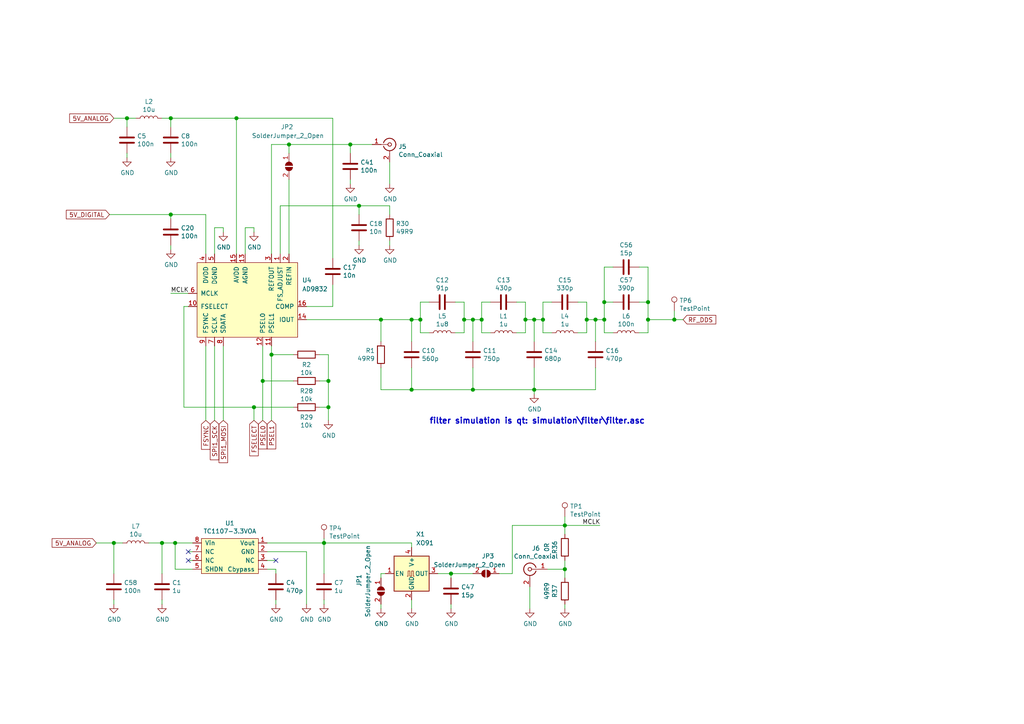
<source format=kicad_sch>
(kicad_sch (version 20210621) (generator eeschema)
  (paper "A4")
  (lib_symbols
    (symbol "Connector:Conn_Coaxial" (pin_names (offset 1.016) hide)
      (property "Reference" "J" (at 0.254 3.048 0))
      (property "Value" "Conn_Coaxial" (at 2.921 0 90))
      (symbol "Conn_Coaxial_0_1"
        (arc (start -1.778 0.508) (end 1.778 0) (radius (at -0.0508 0) (length 1.8034) (angles 163.6 0)) (stroke (width 0.254)))
        (arc (start 1.778 0) (end -1.778 -0.508) (radius (at -0.0254 0) (length 1.8034) (angles 0 -163.8)) (stroke (width 0.254)))
        (circle (center 0 0) (radius 0.508) (stroke (width 0.2032)))
        (polyline (pts (xy -2.54 0) (xy -0.508 0)))
        (polyline (pts (xy 0 -2.54) (xy 0 -1.778)))
      )
      (symbol "Conn_Coaxial_1_1"
        (pin passive line (at -5.08 0 0) (length 2.54) (name "In") (number "1"))
        (pin passive line (at 0 -5.08 90) (length 2.54) (name "Ext") (number "2"))
      )
    )
    (symbol "Connector:TestPoint" (pin_numbers hide) (pin_names (offset 0.762) hide)
      (property "Reference" "TP" (at 0 6.858 0))
      (property "Value" "TestPoint" (at 0 5.08 0))
      (symbol "TestPoint_0_1"
        (circle (center 0 3.302) (radius 0.762))
      )
      (symbol "TestPoint_1_1"
        (pin passive line (at 0 0 90) (length 2.54) (name "1") (number "1"))
      )
    )
    (symbol "Device:C" (pin_numbers hide) (pin_names (offset 0.254))
      (property "Reference" "C" (at 0.635 2.54 0))
      (property "Value" "C" (at 0.635 -2.54 0))
      (symbol "C_0_1"
        (polyline (pts (xy -2.032 -0.762) (xy 2.032 -0.762)) (stroke (width 0.508)))
        (polyline (pts (xy -2.032 0.762) (xy 2.032 0.762)) (stroke (width 0.508)))
      )
      (symbol "C_1_1"
        (pin passive line (at 0 3.81 270) (length 2.794) (name "~") (number "1"))
        (pin passive line (at 0 -3.81 90) (length 2.794) (name "~") (number "2"))
      )
    )
    (symbol "Device:L" (pin_numbers hide) (pin_names (offset 1.016) hide)
      (property "Reference" "L" (at -1.27 0 90))
      (property "Value" "L" (at 1.905 0 90))
      (symbol "L_0_1"
        (arc (start 0 -2.54) (end 0 -1.27) (radius (at 0 -1.905) (length 0.635) (angles -89.9 89.9)))
        (arc (start 0 -1.27) (end 0 0) (radius (at 0 -0.635) (length 0.635) (angles -89.9 89.9)))
        (arc (start 0 0) (end 0 1.27) (radius (at 0 0.635) (length 0.635) (angles -89.9 89.9)))
        (arc (start 0 1.27) (end 0 2.54) (radius (at 0 1.905) (length 0.635) (angles -89.9 89.9)))
      )
      (symbol "L_1_1"
        (pin passive line (at 0 3.81 270) (length 1.27) (name "1") (number "1"))
        (pin passive line (at 0 -3.81 90) (length 1.27) (name "2") (number "2"))
      )
    )
    (symbol "Device:R" (pin_numbers hide) (pin_names (offset 0))
      (property "Reference" "R" (at 2.032 0 90))
      (property "Value" "R" (at 0 0 90))
      (symbol "R_0_1"
        (rectangle (start -1.016 -2.54) (end 1.016 2.54) (stroke (width 0.254)))
      )
      (symbol "R_1_1"
        (pin passive line (at 0 3.81 270) (length 1.27) (name "~") (number "1"))
        (pin passive line (at 0 -3.81 90) (length 1.27) (name "~") (number "2"))
      )
    )
    (symbol "Jumper:SolderJumper_2_Open" (pin_names (offset 0) hide)
      (property "Reference" "JP" (at 0 2.032 0))
      (property "Value" "SolderJumper_2_Open" (at 0 -2.54 0))
      (symbol "SolderJumper_2_Open_0_1"
        (arc (start -0.254 1.016) (end -0.254 -1.016) (radius (at -0.254 0) (length 1.016) (angles 90.1 -90.1)))
        (arc (start 0.254 -1.016) (end 0.254 1.016) (radius (at 0.254 0) (length 1.016) (angles -89.9 89.9)))
        (arc (start -0.254 1.016) (end -0.254 -1.016) (radius (at -0.254 0) (length 1.016) (angles 90.1 -90.1)) (fill (type outline)))
        (arc (start 0.254 -1.016) (end 0.254 1.016) (radius (at 0.254 0) (length 1.016) (angles -89.9 89.9)) (fill (type outline)))
        (polyline (pts (xy -0.254 1.016) (xy -0.254 -1.016)))
        (polyline (pts (xy 0.254 1.016) (xy 0.254 -1.016)))
      )
      (symbol "SolderJumper_2_Open_1_1"
        (pin passive line (at -3.81 0 0) (length 2.54) (name "A") (number "1"))
        (pin passive line (at 3.81 0 180) (length 2.54) (name "B") (number "2"))
      )
    )
    (symbol "NumericallyControlledOscillator:AD9832" (pin_names (offset 1.016))
      (property "Reference" "U" (at 0 1.27 0))
      (property "Value" "AD9832" (at 0 0 0))
      (symbol "AD9832_0_1"
        (rectangle (start -16.51 -10.16) (end 12.7 -31.75) (fill (type background)))
      )
      (symbol "AD9832_1_1"
        (pin input line (at 7.62 -7.62 270) (length 2.54) (name "FS_ADJUST") (number "1"))
        (pin input line (at -19.05 -22.86 0) (length 2.54) (name "FSELECT") (number "10"))
        (pin input line (at 5.08 -34.29 90) (length 2.54) (name "PSEL1") (number "11"))
        (pin input line (at 2.54 -34.29 90) (length 2.54) (name "PSEL0") (number "12"))
        (pin input line (at -2.54 -7.62 270) (length 2.54) (name "AGND") (number "13"))
        (pin input line (at 15.24 -26.67 180) (length 2.54) (name "IOUT") (number "14"))
        (pin input line (at -5.08 -7.62 270) (length 2.54) (name "AVDD") (number "15"))
        (pin input line (at 15.24 -22.86 180) (length 2.54) (name "COMP") (number "16"))
        (pin input line (at 10.16 -7.62 270) (length 2.54) (name "REFIN") (number "2"))
        (pin input line (at 5.08 -7.62 270) (length 2.54) (name "REFOUT") (number "3"))
        (pin input line (at -13.97 -7.62 270) (length 2.54) (name "DVDD") (number "4"))
        (pin input line (at -11.43 -7.62 270) (length 2.54) (name "DGND") (number "5"))
        (pin input line (at -19.05 -19.05 0) (length 2.54) (name "MCLK") (number "6"))
        (pin input line (at -11.43 -34.29 90) (length 2.54) (name "SCLK") (number "7"))
        (pin input line (at -8.89 -34.29 90) (length 2.54) (name "SDATA") (number "8"))
        (pin input line (at -13.97 -34.29 90) (length 2.54) (name "FSYNC") (number "9"))
      )
    )
    (symbol "NumericallyControlledOscillator:TC1107-3.3VOA" (pin_names (offset 1.016))
      (property "Reference" "U" (at 0 1.27 0))
      (property "Value" "TC1107-3.3VOA" (at 0 0 0))
      (symbol "TC1107-3.3VOA_0_1"
        (rectangle (start -8.89 -1.27) (end 7.62 -11.43) (fill (type background)))
      )
      (symbol "TC1107-3.3VOA_1_1"
        (pin power_out line (at 10.16 -2.54 180) (length 2.54) (name "Vout") (number "1"))
        (pin input line (at 10.16 -5.08 180) (length 2.54) (name "GND") (number "2"))
        (pin input line (at 10.16 -7.62 180) (length 2.54) (name "NC") (number "3"))
        (pin input line (at 10.16 -10.16 180) (length 2.54) (name "Cbypass") (number "4"))
        (pin input line (at -11.43 -10.16 0) (length 2.54) (name "SHDN") (number "5"))
        (pin input line (at -11.43 -7.62 0) (length 2.54) (name "NC") (number "6"))
        (pin input line (at -11.43 -5.08 0) (length 2.54) (name "NC") (number "7"))
        (pin input line (at -11.43 -2.54 0) (length 2.54) (name "Vin") (number "8"))
      )
    )
    (symbol "Oscillator:XO91" (pin_names (offset 0.254))
      (property "Reference" "X" (at -5.08 6.35 0))
      (property "Value" "XO91" (at 1.27 -6.35 0))
      (symbol "XO91_0_1"
        (rectangle (start -5.08 5.08) (end 5.08 -5.08) (stroke (width 0.254)) (fill (type background)))
        (polyline (pts (xy 0.762 -0.762) (xy 0.508 -0.762) (xy 0.508 0.762) (xy 0 0.762) (xy 0 -0.762) (xy -0.508 -0.762) (xy -0.508 0.762) (xy -1.016 0.762) (xy -1.016 -0.762) (xy -1.27 -0.762)))
      )
      (symbol "XO91_1_1"
        (pin input line (at -7.62 0 0) (length 2.54) (name "EN") (number "1"))
        (pin power_in line (at 0 -7.62 90) (length 2.54) (name "GND") (number "2"))
        (pin output line (at 7.62 0 180) (length 2.54) (name "OUT") (number "3"))
        (pin power_in line (at 0 7.62 270) (length 2.54) (name "V+") (number "4"))
      )
    )
    (symbol "power:GND" (power) (pin_names (offset 0))
      (property "Value" "GND" (at 0 -3.81 0))
      (symbol "GND_0_1"
        (polyline (pts (xy 0 0) (xy 0 -1.27) (xy 1.27 -1.27) (xy 0 -2.54) (xy -1.27 -1.27) (xy 0 -1.27)))
      )
      (symbol "GND_1_1"
        (pin power_in line (at 0 0 270) (length 0) hide (name "GND") (number "1"))
      )
    )
  )
  (junction (at 33.02 157.48) (diameter 1.016))
  (junction (at 36.83 34.29) (diameter 1.016))
  (junction (at 46.99 157.48) (diameter 1.016))
  (junction (at 49.53 34.29) (diameter 1.016))
  (junction (at 49.53 62.23) (diameter 1.016))
  (junction (at 50.8 157.48) (diameter 1.016))
  (junction (at 68.58 34.29) (diameter 1.016))
  (junction (at 73.66 118.11) (diameter 1.016))
  (junction (at 76.2 110.49) (diameter 1.016))
  (junction (at 78.74 102.87) (diameter 1.016))
  (junction (at 83.82 41.91) (diameter 1.016))
  (junction (at 93.98 157.48) (diameter 1.016))
  (junction (at 95.25 110.49) (diameter 1.016))
  (junction (at 95.25 118.11) (diameter 1.016))
  (junction (at 101.6 41.91) (diameter 1.016))
  (junction (at 104.14 59.69) (diameter 1.016))
  (junction (at 110.49 92.71) (diameter 1.016))
  (junction (at 119.38 92.71) (diameter 1.016))
  (junction (at 119.38 113.03) (diameter 1.016))
  (junction (at 121.92 92.71) (diameter 1.016))
  (junction (at 130.81 166.37) (diameter 1.016))
  (junction (at 134.62 92.71) (diameter 1.016))
  (junction (at 137.16 92.71) (diameter 1.016))
  (junction (at 137.16 113.03) (diameter 1.016))
  (junction (at 139.7 92.71) (diameter 1.016))
  (junction (at 152.4 92.71) (diameter 1.016))
  (junction (at 154.94 92.71) (diameter 1.016))
  (junction (at 154.94 113.03) (diameter 1.016))
  (junction (at 157.48 92.71) (diameter 1.016))
  (junction (at 163.83 152.4) (diameter 1.016))
  (junction (at 163.83 165.1) (diameter 1.016))
  (junction (at 170.18 92.71) (diameter 1.016))
  (junction (at 172.72 92.71) (diameter 1.016))
  (junction (at 175.26 87.63) (diameter 1.016))
  (junction (at 175.26 92.71) (diameter 1.016))
  (junction (at 187.96 87.63) (diameter 1.016))
  (junction (at 187.96 92.71) (diameter 1.016))
  (junction (at 195.58 92.71) (diameter 1.016))
  (no_connect (at 54.61 160.02))
  (no_connect (at 54.61 162.56))
  (no_connect (at 80.01 162.56))
  (wire (pts (xy 27.94 157.48) (xy 33.02 157.48)))
  (wire (pts (xy 31.75 62.23) (xy 49.53 62.23)))
  (wire (pts (xy 33.02 34.29) (xy 36.83 34.29)))
  (wire (pts (xy 33.02 157.48) (xy 35.56 157.48)))
  (wire (pts (xy 33.02 166.37) (xy 33.02 157.48)))
  (wire (pts (xy 33.02 175.26) (xy 33.02 173.99)))
  (wire (pts (xy 36.83 34.29) (xy 39.37 34.29)))
  (wire (pts (xy 36.83 36.83) (xy 36.83 34.29)))
  (wire (pts (xy 36.83 45.72) (xy 36.83 44.45)))
  (wire (pts (xy 46.99 157.48) (xy 43.18 157.48)))
  (wire (pts (xy 46.99 157.48) (xy 46.99 166.37)))
  (wire (pts (xy 46.99 175.26) (xy 46.99 173.99)))
  (wire (pts (xy 49.53 34.29) (xy 46.99 34.29)))
  (wire (pts (xy 49.53 34.29) (xy 68.58 34.29)))
  (wire (pts (xy 49.53 36.83) (xy 49.53 34.29)))
  (wire (pts (xy 49.53 45.72) (xy 49.53 44.45)))
  (wire (pts (xy 49.53 62.23) (xy 49.53 63.5)))
  (wire (pts (xy 49.53 72.39) (xy 49.53 71.12)))
  (wire (pts (xy 50.8 157.48) (xy 46.99 157.48)))
  (wire (pts (xy 50.8 157.48) (xy 55.88 157.48)))
  (wire (pts (xy 50.8 165.1) (xy 50.8 157.48)))
  (wire (pts (xy 53.34 88.9) (xy 53.34 118.11)))
  (wire (pts (xy 54.61 85.09) (xy 49.53 85.09)))
  (wire (pts (xy 54.61 88.9) (xy 53.34 88.9)))
  (wire (pts (xy 55.88 160.02) (xy 54.61 160.02)))
  (wire (pts (xy 55.88 162.56) (xy 54.61 162.56)))
  (wire (pts (xy 55.88 165.1) (xy 50.8 165.1)))
  (wire (pts (xy 59.69 62.23) (xy 49.53 62.23)))
  (wire (pts (xy 59.69 62.23) (xy 59.69 73.66)))
  (wire (pts (xy 59.69 100.33) (xy 59.69 121.92)))
  (wire (pts (xy 62.23 66.04) (xy 64.77 66.04)))
  (wire (pts (xy 62.23 73.66) (xy 62.23 66.04)))
  (wire (pts (xy 62.23 100.33) (xy 62.23 121.92)))
  (wire (pts (xy 64.77 66.04) (xy 64.77 67.31)))
  (wire (pts (xy 64.77 100.33) (xy 64.77 121.92)))
  (wire (pts (xy 68.58 34.29) (xy 96.52 34.29)))
  (wire (pts (xy 68.58 73.66) (xy 68.58 34.29)))
  (wire (pts (xy 71.12 66.04) (xy 73.66 66.04)))
  (wire (pts (xy 71.12 73.66) (xy 71.12 66.04)))
  (wire (pts (xy 73.66 66.04) (xy 73.66 67.31)))
  (wire (pts (xy 73.66 118.11) (xy 53.34 118.11)))
  (wire (pts (xy 73.66 118.11) (xy 73.66 121.92)))
  (wire (pts (xy 76.2 100.33) (xy 76.2 110.49)))
  (wire (pts (xy 76.2 110.49) (xy 76.2 121.92)))
  (wire (pts (xy 77.47 157.48) (xy 93.98 157.48)))
  (wire (pts (xy 77.47 162.56) (xy 80.01 162.56)))
  (wire (pts (xy 77.47 165.1) (xy 80.01 165.1)))
  (wire (pts (xy 78.74 41.91) (xy 83.82 41.91)))
  (wire (pts (xy 78.74 73.66) (xy 78.74 41.91)))
  (wire (pts (xy 78.74 100.33) (xy 78.74 102.87)))
  (wire (pts (xy 78.74 102.87) (xy 78.74 121.92)))
  (wire (pts (xy 80.01 165.1) (xy 80.01 166.37)))
  (wire (pts (xy 80.01 175.26) (xy 80.01 173.99)))
  (wire (pts (xy 81.28 59.69) (xy 81.28 73.66)))
  (wire (pts (xy 83.82 41.91) (xy 101.6 41.91)))
  (wire (pts (xy 83.82 44.45) (xy 83.82 41.91)))
  (wire (pts (xy 83.82 52.07) (xy 83.82 73.66)))
  (wire (pts (xy 85.09 102.87) (xy 78.74 102.87)))
  (wire (pts (xy 85.09 110.49) (xy 76.2 110.49)))
  (wire (pts (xy 85.09 118.11) (xy 73.66 118.11)))
  (wire (pts (xy 88.9 88.9) (xy 96.52 88.9)))
  (wire (pts (xy 88.9 92.71) (xy 110.49 92.71)))
  (wire (pts (xy 88.9 160.02) (xy 77.47 160.02)))
  (wire (pts (xy 88.9 175.26) (xy 88.9 160.02)))
  (wire (pts (xy 92.71 110.49) (xy 95.25 110.49)))
  (wire (pts (xy 92.71 118.11) (xy 95.25 118.11)))
  (wire (pts (xy 93.98 157.48) (xy 93.98 156.21)))
  (wire (pts (xy 93.98 157.48) (xy 93.98 166.37)))
  (wire (pts (xy 93.98 157.48) (xy 119.38 157.48)))
  (wire (pts (xy 93.98 175.26) (xy 93.98 173.99)))
  (wire (pts (xy 95.25 102.87) (xy 92.71 102.87)))
  (wire (pts (xy 95.25 110.49) (xy 95.25 102.87)))
  (wire (pts (xy 95.25 118.11) (xy 95.25 110.49)))
  (wire (pts (xy 95.25 121.92) (xy 95.25 118.11)))
  (wire (pts (xy 96.52 74.93) (xy 96.52 34.29)))
  (wire (pts (xy 96.52 88.9) (xy 96.52 82.55)))
  (wire (pts (xy 101.6 41.91) (xy 107.95 41.91)))
  (wire (pts (xy 101.6 44.45) (xy 101.6 41.91)))
  (wire (pts (xy 101.6 53.34) (xy 101.6 52.07)))
  (wire (pts (xy 104.14 59.69) (xy 81.28 59.69)))
  (wire (pts (xy 104.14 59.69) (xy 104.14 62.23)))
  (wire (pts (xy 104.14 71.12) (xy 104.14 69.85)))
  (wire (pts (xy 110.49 99.06) (xy 110.49 92.71)))
  (wire (pts (xy 110.49 113.03) (xy 110.49 106.68)))
  (wire (pts (xy 110.49 166.37) (xy 110.49 167.64)))
  (wire (pts (xy 110.49 176.53) (xy 110.49 175.26)))
  (wire (pts (xy 111.76 166.37) (xy 110.49 166.37)))
  (wire (pts (xy 113.03 53.34) (xy 113.03 46.99)))
  (wire (pts (xy 113.03 59.69) (xy 104.14 59.69)))
  (wire (pts (xy 113.03 62.23) (xy 113.03 59.69)))
  (wire (pts (xy 113.03 71.12) (xy 113.03 69.85)))
  (wire (pts (xy 119.38 92.71) (xy 110.49 92.71)))
  (wire (pts (xy 119.38 92.71) (xy 119.38 99.06)))
  (wire (pts (xy 119.38 92.71) (xy 121.92 92.71)))
  (wire (pts (xy 119.38 106.68) (xy 119.38 113.03)))
  (wire (pts (xy 119.38 113.03) (xy 110.49 113.03)))
  (wire (pts (xy 119.38 113.03) (xy 137.16 113.03)))
  (wire (pts (xy 119.38 157.48) (xy 119.38 158.75)))
  (wire (pts (xy 119.38 173.99) (xy 119.38 176.53)))
  (wire (pts (xy 121.92 87.63) (xy 124.46 87.63)))
  (wire (pts (xy 121.92 92.71) (xy 121.92 87.63)))
  (wire (pts (xy 121.92 96.52) (xy 121.92 92.71)))
  (wire (pts (xy 124.46 96.52) (xy 121.92 96.52)))
  (wire (pts (xy 127 166.37) (xy 130.81 166.37)))
  (wire (pts (xy 130.81 166.37) (xy 130.81 167.64)))
  (wire (pts (xy 130.81 166.37) (xy 137.16 166.37)))
  (wire (pts (xy 130.81 176.53) (xy 130.81 175.26)))
  (wire (pts (xy 132.08 87.63) (xy 134.62 87.63)))
  (wire (pts (xy 134.62 87.63) (xy 134.62 92.71)))
  (wire (pts (xy 134.62 92.71) (xy 134.62 96.52)))
  (wire (pts (xy 134.62 92.71) (xy 137.16 92.71)))
  (wire (pts (xy 134.62 96.52) (xy 132.08 96.52)))
  (wire (pts (xy 137.16 92.71) (xy 137.16 99.06)))
  (wire (pts (xy 137.16 92.71) (xy 139.7 92.71)))
  (wire (pts (xy 137.16 113.03) (xy 137.16 106.68)))
  (wire (pts (xy 137.16 113.03) (xy 154.94 113.03)))
  (wire (pts (xy 139.7 87.63) (xy 142.24 87.63)))
  (wire (pts (xy 139.7 92.71) (xy 139.7 87.63)))
  (wire (pts (xy 139.7 96.52) (xy 139.7 92.71)))
  (wire (pts (xy 142.24 96.52) (xy 139.7 96.52)))
  (wire (pts (xy 144.78 166.37) (xy 148.59 166.37)))
  (wire (pts (xy 148.59 152.4) (xy 163.83 152.4)))
  (wire (pts (xy 148.59 166.37) (xy 148.59 152.4)))
  (wire (pts (xy 149.86 87.63) (xy 152.4 87.63)))
  (wire (pts (xy 152.4 87.63) (xy 152.4 92.71)))
  (wire (pts (xy 152.4 92.71) (xy 152.4 96.52)))
  (wire (pts (xy 152.4 92.71) (xy 154.94 92.71)))
  (wire (pts (xy 152.4 96.52) (xy 149.86 96.52)))
  (wire (pts (xy 153.67 176.53) (xy 153.67 170.18)))
  (wire (pts (xy 154.94 92.71) (xy 154.94 99.06)))
  (wire (pts (xy 154.94 92.71) (xy 157.48 92.71)))
  (wire (pts (xy 154.94 113.03) (xy 154.94 106.68)))
  (wire (pts (xy 154.94 113.03) (xy 172.72 113.03)))
  (wire (pts (xy 154.94 114.3) (xy 154.94 113.03)))
  (wire (pts (xy 157.48 87.63) (xy 160.02 87.63)))
  (wire (pts (xy 157.48 92.71) (xy 157.48 87.63)))
  (wire (pts (xy 157.48 96.52) (xy 157.48 92.71)))
  (wire (pts (xy 158.75 165.1) (xy 163.83 165.1)))
  (wire (pts (xy 160.02 96.52) (xy 157.48 96.52)))
  (wire (pts (xy 163.83 152.4) (xy 163.83 149.86)))
  (wire (pts (xy 163.83 152.4) (xy 163.83 154.94)))
  (wire (pts (xy 163.83 152.4) (xy 173.99 152.4)))
  (wire (pts (xy 163.83 165.1) (xy 163.83 162.56)))
  (wire (pts (xy 163.83 165.1) (xy 163.83 167.64)))
  (wire (pts (xy 163.83 176.53) (xy 163.83 175.26)))
  (wire (pts (xy 167.64 87.63) (xy 170.18 87.63)))
  (wire (pts (xy 170.18 87.63) (xy 170.18 92.71)))
  (wire (pts (xy 170.18 92.71) (xy 170.18 96.52)))
  (wire (pts (xy 170.18 92.71) (xy 172.72 92.71)))
  (wire (pts (xy 170.18 96.52) (xy 167.64 96.52)))
  (wire (pts (xy 172.72 92.71) (xy 172.72 99.06)))
  (wire (pts (xy 172.72 92.71) (xy 175.26 92.71)))
  (wire (pts (xy 172.72 113.03) (xy 172.72 106.68)))
  (wire (pts (xy 175.26 77.47) (xy 177.8 77.47)))
  (wire (pts (xy 175.26 87.63) (xy 175.26 77.47)))
  (wire (pts (xy 175.26 87.63) (xy 177.8 87.63)))
  (wire (pts (xy 175.26 92.71) (xy 175.26 87.63)))
  (wire (pts (xy 175.26 96.52) (xy 175.26 92.71)))
  (wire (pts (xy 177.8 96.52) (xy 175.26 96.52)))
  (wire (pts (xy 185.42 77.47) (xy 187.96 77.47)))
  (wire (pts (xy 185.42 87.63) (xy 187.96 87.63)))
  (wire (pts (xy 187.96 77.47) (xy 187.96 87.63)))
  (wire (pts (xy 187.96 87.63) (xy 187.96 92.71)))
  (wire (pts (xy 187.96 92.71) (xy 187.96 96.52)))
  (wire (pts (xy 187.96 92.71) (xy 195.58 92.71)))
  (wire (pts (xy 187.96 96.52) (xy 185.42 96.52)))
  (wire (pts (xy 195.58 92.71) (xy 195.58 90.17)))
  (wire (pts (xy 195.58 92.71) (xy 198.12 92.71)))
  (text "filter simulation is qt: simulation\\filter\\filter.asc" (at 124.46 123.19 0) (effects (font (size 1.6764 1.6764) (thickness 0.3353) bold) (justify left bottom)))
  (label "MCLK" (at 49.53 85.09 0))
  (label "MCLK" (at 168.91 152.4 0))
  (global_label "5V_ANALOG" (shape input) (at 27.94 157.48 180) (property "Intersheet References" "${INTERSHEET_REFS}" (effects hide)))
  (global_label "5V_DIGITAL" (shape input) (at 31.75 62.23 180) (property "Intersheet References" "${INTERSHEET_REFS}" (effects hide)))
  (global_label "5V_ANALOG" (shape input) (at 33.02 34.29 180) (property "Intersheet References" "${INTERSHEET_REFS}" (effects hide)))
  (global_label "FSYNC" (shape input) (at 59.69 121.92 270) (property "Intersheet References" "${INTERSHEET_REFS}" (effects hide)))
  (global_label "SPI1_SCK" (shape input) (at 62.23 121.92 270) (property "Intersheet References" "${INTERSHEET_REFS}" (effects hide)))
  (global_label "SPI1_MOSI" (shape input) (at 64.77 121.92 270) (property "Intersheet References" "${INTERSHEET_REFS}" (effects hide)))
  (global_label "FSELECT" (shape input) (at 73.66 121.92 270) (property "Intersheet References" "${INTERSHEET_REFS}" (effects hide)))
  (global_label "PSEL0" (shape input) (at 76.2 121.92 270) (property "Intersheet References" "${INTERSHEET_REFS}" (effects hide)))
  (global_label "PSEL1" (shape input) (at 78.74 121.92 270) (property "Intersheet References" "${INTERSHEET_REFS}" (effects hide)))
  (global_label "RF_DDS" (shape input) (at 198.12 92.71 0) (property "Intersheet References" "${INTERSHEET_REFS}" (effects hide)))
  (symbol (lib_id "Connector:TestPoint") (at 93.98 156.21 0) (unit 1)
    (property "Reference" "TP4" (at 95.4532 153.2128 0) (effects (justify left)))
    (property "Value" "TestPoint" (at 95.4532 155.5242 0) (effects (justify left)))
    (property "Footprint" "TestPoint:TestPoint_Pad_1.0x1.0mm" (effects hide))
  )
  (symbol (lib_id "Connector:TestPoint") (at 163.83 149.86 0) (unit 1)
    (property "Reference" "TP1" (at 165.3032 146.8628 0) (effects (justify left)))
    (property "Value" "TestPoint" (at 165.3032 149.1742 0) (effects (justify left)))
    (property "Footprint" "TestPoint:TestPoint_Pad_1.0x1.0mm" (effects hide))
  )
  (symbol (lib_id "Connector:TestPoint") (at 195.58 90.17 0) (unit 1)
    (property "Reference" "TP6" (at 197.0532 87.1728 0) (effects (justify left)))
    (property "Value" "TestPoint" (at 197.0532 89.4842 0) (effects (justify left)))
    (property "Footprint" "TestPoint:TestPoint_Pad_1.0x1.0mm" (effects hide))
  )
  (symbol (lib_id "power:GND") (at 33.02 175.26 0) (unit 1)
    (property "Reference" "#PWR077" (effects hide))
    (property "Value" "GND" (at 33.147 179.6542 0))
  )
  (symbol (lib_id "power:GND") (at 36.83 45.72 0) (unit 1)
    (property "Reference" "#PWR012" (effects hide))
    (property "Value" "GND" (at 36.957 50.1142 0))
  )
  (symbol (lib_id "power:GND") (at 46.99 175.26 0) (unit 1)
    (property "Reference" "#PWR05" (effects hide))
    (property "Value" "GND" (at 47.117 179.6542 0))
  )
  (symbol (lib_id "power:GND") (at 49.53 45.72 0) (unit 1)
    (property "Reference" "#PWR015" (effects hide))
    (property "Value" "GND" (at 49.657 50.1142 0))
  )
  (symbol (lib_id "power:GND") (at 49.53 72.39 0) (unit 1)
    (property "Reference" "#PWR0109" (effects hide))
    (property "Value" "GND" (at 49.657 76.7842 0))
  )
  (symbol (lib_id "power:GND") (at 64.77 67.31 0) (unit 1)
    (property "Reference" "#PWR017" (effects hide))
    (property "Value" "GND" (at 64.897 71.7042 0))
  )
  (symbol (lib_id "power:GND") (at 73.66 67.31 0) (unit 1)
    (property "Reference" "#PWR018" (effects hide))
    (property "Value" "GND" (at 73.787 71.7042 0))
  )
  (symbol (lib_id "power:GND") (at 80.01 175.26 0) (unit 1)
    (property "Reference" "#PWR08" (effects hide))
    (property "Value" "GND" (at 80.137 179.6542 0))
  )
  (symbol (lib_id "power:GND") (at 88.9 175.26 0) (unit 1)
    (property "Reference" "#PWR011" (effects hide))
    (property "Value" "GND" (at 89.027 179.6542 0))
  )
  (symbol (lib_id "power:GND") (at 93.98 175.26 0) (unit 1)
    (property "Reference" "#PWR014" (effects hide))
    (property "Value" "GND" (at 94.107 179.6542 0))
  )
  (symbol (lib_id "power:GND") (at 95.25 121.92 0) (unit 1)
    (property "Reference" "#PWR019" (effects hide))
    (property "Value" "GND" (at 95.377 126.3142 0))
  )
  (symbol (lib_id "power:GND") (at 101.6 53.34 0) (unit 1)
    (property "Reference" "#PWR054" (effects hide))
    (property "Value" "GND" (at 101.727 57.7342 0))
  )
  (symbol (lib_id "power:GND") (at 104.14 71.12 0) (unit 1)
    (property "Reference" "#PWR037" (effects hide))
    (property "Value" "GND" (at 104.267 75.5142 0))
  )
  (symbol (lib_id "power:GND") (at 110.49 176.53 0) (unit 1)
    (property "Reference" "#PWR0126" (effects hide))
    (property "Value" "GND" (at 110.617 180.9242 0))
  )
  (symbol (lib_id "power:GND") (at 113.03 53.34 0) (unit 1)
    (property "Reference" "#PWR060" (effects hide))
    (property "Value" "GND" (at 113.157 57.7342 0))
  )
  (symbol (lib_id "power:GND") (at 113.03 71.12 0) (unit 1)
    (property "Reference" "#PWR038" (effects hide))
    (property "Value" "GND" (at 113.157 75.5142 0))
  )
  (symbol (lib_id "power:GND") (at 119.38 176.53 0) (unit 1)
    (property "Reference" "#PWR0127" (effects hide))
    (property "Value" "GND" (at 119.507 180.9242 0))
  )
  (symbol (lib_id "power:GND") (at 130.81 176.53 0) (unit 1)
    (property "Reference" "#PWR0125" (effects hide))
    (property "Value" "GND" (at 130.937 180.9242 0))
  )
  (symbol (lib_id "power:GND") (at 153.67 176.53 0) (unit 1)
    (property "Reference" "#PWR061" (effects hide))
    (property "Value" "GND" (at 153.797 180.9242 0))
  )
  (symbol (lib_id "power:GND") (at 154.94 114.3 0) (unit 1)
    (property "Reference" "#PWR033" (effects hide))
    (property "Value" "GND" (at 155.067 118.6942 0))
  )
  (symbol (lib_id "power:GND") (at 163.83 176.53 0) (unit 1)
    (property "Reference" "#PWR062" (effects hide))
    (property "Value" "GND" (at 163.957 180.9242 0))
  )
  (symbol (lib_id "Device:L") (at 39.37 157.48 90) (unit 1)
    (property "Reference" "L7" (at 39.37 152.654 90))
    (property "Value" "10u" (at 39.37 154.9654 90))
    (property "Footprint" "Inductor_SMD:L_0805_2012Metric" (effects hide))
  )
  (symbol (lib_id "Device:L") (at 43.18 34.29 90) (unit 1)
    (property "Reference" "L2" (at 43.18 29.464 90))
    (property "Value" "10u" (at 43.18 31.7754 90))
    (property "Footprint" "Inductor_SMD:L_0805_2012Metric" (effects hide))
  )
  (symbol (lib_id "Device:L") (at 128.27 96.52 90) (unit 1)
    (property "Reference" "L5" (at 128.27 91.694 90))
    (property "Value" "1u8" (at 128.27 94.0054 90))
    (property "Footprint" "Inductor_SMD:L_0805_2012Metric" (effects hide))
  )
  (symbol (lib_id "Device:L") (at 146.05 96.52 90) (unit 1)
    (property "Reference" "L1" (at 146.05 91.694 90))
    (property "Value" "1u" (at 146.05 94.0054 90))
    (property "Footprint" "Inductor_SMD:L_0805_2012Metric" (effects hide))
  )
  (symbol (lib_id "Device:L") (at 163.83 96.52 90) (unit 1)
    (property "Reference" "L4" (at 163.83 91.694 90))
    (property "Value" "1u" (at 163.83 94.0054 90))
    (property "Footprint" "Inductor_SMD:L_0805_2012Metric" (effects hide))
  )
  (symbol (lib_id "Device:L") (at 181.61 96.52 90) (unit 1)
    (property "Reference" "L6" (at 181.61 91.694 90))
    (property "Value" "100n" (at 181.61 94.0054 90))
    (property "Footprint" "Inductor_SMD:L_0805_2012Metric" (effects hide))
  )
  (symbol (lib_id "Jumper:SolderJumper_2_Open") (at 83.82 48.26 270) (unit 1)
    (property "Reference" "JP2" (at 85.09 36.83 90) (effects (justify right)))
    (property "Value" "SolderJumper_2_Open" (at 93.98 39.37 90) (effects (justify right)))
    (property "Footprint" "Jumper:SolderJumper-2_P1.3mm_Open_RoundedPad1.0x1.5mm" (effects hide))
  )
  (symbol (lib_id "Jumper:SolderJumper_2_Open") (at 110.49 171.45 270) (unit 1)
    (property "Reference" "JP1" (at 104.14 170.18 0) (effects (justify right)))
    (property "Value" "SolderJumper_2_Open" (at 106.68 179.07 0) (effects (justify right)))
    (property "Footprint" "Jumper:SolderJumper-2_P1.3mm_Open_RoundedPad1.0x1.5mm" (effects hide))
  )
  (symbol (lib_id "Jumper:SolderJumper_2_Open") (at 140.97 166.37 180) (unit 1)
    (property "Reference" "JP3" (at 139.7 161.29 0) (effects (justify right)))
    (property "Value" "SolderJumper_2_Open" (at 125.73 163.83 0) (effects (justify right)))
    (property "Footprint" "Jumper:SolderJumper-2_P1.3mm_Open_RoundedPad1.0x1.5mm" (effects hide))
  )
  (symbol (lib_id "Device:R") (at 88.9 102.87 270) (unit 1)
    (property "Reference" "R2" (at 88.9 105.791 90))
    (property "Value" "10k" (at 88.9 108.1024 90))
    (property "Footprint" "Resistor_SMD:R_0402_1005Metric" (effects hide))
  )
  (symbol (lib_id "Device:R") (at 88.9 110.49 270) (unit 1)
    (property "Reference" "R28" (at 88.9 113.411 90))
    (property "Value" "10k" (at 88.9 115.7224 90))
    (property "Footprint" "Resistor_SMD:R_0402_1005Metric" (effects hide))
  )
  (symbol (lib_id "Device:R") (at 88.9 118.11 270) (unit 1)
    (property "Reference" "R29" (at 88.9 121.031 90))
    (property "Value" "10k" (at 88.9 123.3424 90))
    (property "Footprint" "Resistor_SMD:R_0402_1005Metric" (effects hide))
  )
  (symbol (lib_id "Device:R") (at 110.49 102.87 0) (unit 1)
    (property "Reference" "R1" (at 108.7374 101.7016 0) (effects (justify right)))
    (property "Value" "49R9" (at 108.7374 104.013 0) (effects (justify right)))
    (property "Footprint" "Resistor_SMD:R_0402_1005Metric" (effects hide))
  )
  (symbol (lib_id "Device:R") (at 113.03 66.04 0) (unit 1)
    (property "Reference" "R30" (at 114.808 64.8716 0) (effects (justify left)))
    (property "Value" "49R9" (at 114.808 67.183 0) (effects (justify left)))
    (property "Footprint" "Resistor_SMD:R_0402_1005Metric" (effects hide))
  )
  (symbol (lib_id "Device:R") (at 163.83 158.75 180) (unit 1)
    (property "Reference" "R36" (at 160.909 158.75 90))
    (property "Value" "0R" (at 158.5976 158.75 90))
    (property "Footprint" "Resistor_SMD:R_0402_1005Metric" (effects hide))
  )
  (symbol (lib_id "Device:R") (at 163.83 171.45 180) (unit 1)
    (property "Reference" "R37" (at 160.909 171.45 90))
    (property "Value" "49R9" (at 158.5976 171.45 90))
    (property "Footprint" "Resistor_SMD:R_0402_1005Metric" (effects hide))
  )
  (symbol (lib_id "Device:C") (at 33.02 170.18 0) (unit 1)
    (property "Reference" "C58" (at 35.941 169.0116 0) (effects (justify left)))
    (property "Value" "100n" (at 35.941 171.323 0) (effects (justify left)))
    (property "Footprint" "Capacitor_SMD:C_0402_1005Metric" (effects hide))
  )
  (symbol (lib_id "Device:C") (at 36.83 40.64 0) (unit 1)
    (property "Reference" "C5" (at 39.751 39.4716 0) (effects (justify left)))
    (property "Value" "100n" (at 39.751 41.783 0) (effects (justify left)))
    (property "Footprint" "Capacitor_SMD:C_0402_1005Metric" (effects hide))
  )
  (symbol (lib_id "Device:C") (at 46.99 170.18 180) (unit 1)
    (property "Reference" "C1" (at 49.911 169.0116 0) (effects (justify right)))
    (property "Value" "1u" (at 49.911 171.323 0) (effects (justify right)))
    (property "Footprint" "Capacitor_SMD:C_0402_1005Metric" (effects hide))
  )
  (symbol (lib_id "Device:C") (at 49.53 40.64 0) (unit 1)
    (property "Reference" "C8" (at 52.451 39.4716 0) (effects (justify left)))
    (property "Value" "100n" (at 52.451 41.783 0) (effects (justify left)))
    (property "Footprint" "Capacitor_SMD:C_0402_1005Metric" (effects hide))
  )
  (symbol (lib_id "Device:C") (at 49.53 67.31 0) (unit 1)
    (property "Reference" "C20" (at 52.451 66.1416 0) (effects (justify left)))
    (property "Value" "100n" (at 52.451 68.453 0) (effects (justify left)))
    (property "Footprint" "Capacitor_SMD:C_0402_1005Metric" (effects hide))
  )
  (symbol (lib_id "Device:C") (at 80.01 170.18 180) (unit 1)
    (property "Reference" "C4" (at 82.931 169.0116 0) (effects (justify right)))
    (property "Value" "470p" (at 82.931 171.323 0) (effects (justify right)))
    (property "Footprint" "Capacitor_SMD:C_0402_1005Metric" (effects hide))
  )
  (symbol (lib_id "Device:C") (at 93.98 170.18 180) (unit 1)
    (property "Reference" "C7" (at 96.901 169.0116 0) (effects (justify right)))
    (property "Value" "1u" (at 96.901 171.323 0) (effects (justify right)))
    (property "Footprint" "Capacitor_SMD:C_0402_1005Metric" (effects hide))
  )
  (symbol (lib_id "Device:C") (at 96.52 78.74 0) (unit 1)
    (property "Reference" "C17" (at 99.441 77.5716 0) (effects (justify left)))
    (property "Value" "10n" (at 99.441 79.883 0) (effects (justify left)))
    (property "Footprint" "Capacitor_SMD:C_0402_1005Metric" (effects hide))
  )
  (symbol (lib_id "Device:C") (at 101.6 48.26 0) (unit 1)
    (property "Reference" "C41" (at 104.521 47.0916 0) (effects (justify left)))
    (property "Value" "100n" (at 104.521 49.403 0) (effects (justify left)))
    (property "Footprint" "Capacitor_SMD:C_0402_1005Metric" (effects hide))
  )
  (symbol (lib_id "Device:C") (at 104.14 66.04 0) (unit 1)
    (property "Reference" "C18" (at 107.061 64.8716 0) (effects (justify left)))
    (property "Value" "10n" (at 107.061 67.183 0) (effects (justify left)))
    (property "Footprint" "Capacitor_SMD:C_0402_1005Metric" (effects hide))
  )
  (symbol (lib_id "Device:C") (at 119.38 102.87 180) (unit 1)
    (property "Reference" "C10" (at 122.301 101.7016 0) (effects (justify right)))
    (property "Value" "560p" (at 122.301 104.013 0) (effects (justify right)))
    (property "Footprint" "Capacitor_SMD:C_0603_1608Metric" (effects hide))
  )
  (symbol (lib_id "Device:C") (at 128.27 87.63 90) (unit 1)
    (property "Reference" "C12" (at 128.27 81.2292 90))
    (property "Value" "91p" (at 128.27 83.5406 90))
    (property "Footprint" "Capacitor_SMD:C_0603_1608Metric" (effects hide))
  )
  (symbol (lib_id "Device:C") (at 130.81 171.45 180) (unit 1)
    (property "Reference" "C47" (at 133.731 170.2816 0) (effects (justify right)))
    (property "Value" "15p" (at 133.731 172.593 0) (effects (justify right)))
    (property "Footprint" "Capacitor_SMD:C_0402_1005Metric" (effects hide))
  )
  (symbol (lib_id "Device:C") (at 137.16 102.87 180) (unit 1)
    (property "Reference" "C11" (at 140.081 101.7016 0) (effects (justify right)))
    (property "Value" "750p" (at 140.081 104.013 0) (effects (justify right)))
    (property "Footprint" "Capacitor_SMD:C_0603_1608Metric" (effects hide))
  )
  (symbol (lib_id "Device:C") (at 146.05 87.63 90) (unit 1)
    (property "Reference" "C13" (at 146.05 81.2292 90))
    (property "Value" "430p" (at 146.05 83.5406 90))
    (property "Footprint" "Capacitor_SMD:C_0603_1608Metric" (effects hide))
  )
  (symbol (lib_id "Device:C") (at 154.94 102.87 180) (unit 1)
    (property "Reference" "C14" (at 157.861 101.7016 0) (effects (justify right)))
    (property "Value" "680p" (at 157.861 104.013 0) (effects (justify right)))
    (property "Footprint" "Capacitor_SMD:C_0603_1608Metric" (effects hide))
  )
  (symbol (lib_id "Device:C") (at 163.83 87.63 90) (unit 1)
    (property "Reference" "C15" (at 163.83 81.2292 90))
    (property "Value" "330p" (at 163.83 83.5406 90))
    (property "Footprint" "Capacitor_SMD:C_0603_1608Metric" (effects hide))
  )
  (symbol (lib_id "Device:C") (at 172.72 102.87 180) (unit 1)
    (property "Reference" "C16" (at 175.641 101.7016 0) (effects (justify right)))
    (property "Value" "470p" (at 175.641 104.013 0) (effects (justify right)))
    (property "Footprint" "Capacitor_SMD:C_0603_1608Metric" (effects hide))
  )
  (symbol (lib_id "Device:C") (at 181.61 77.47 90) (unit 1)
    (property "Reference" "C56" (at 181.61 71.0692 90))
    (property "Value" "15p" (at 181.61 73.3806 90))
    (property "Footprint" "Capacitor_SMD:C_0402_1005Metric" (effects hide))
  )
  (symbol (lib_id "Device:C") (at 181.61 87.63 90) (unit 1)
    (property "Reference" "C57" (at 181.61 81.2292 90))
    (property "Value" "390p" (at 181.61 83.5406 90))
    (property "Footprint" "Capacitor_SMD:C_0603_1608Metric" (effects hide))
  )
  (symbol (lib_id "Connector:Conn_Coaxial") (at 113.03 41.91 0) (unit 1)
    (property "Reference" "J5" (at 115.5446 42.5196 0) (effects (justify left)))
    (property "Value" "Conn_Coaxial" (at 115.5446 44.831 0) (effects (justify left)))
    (property "Footprint" "Connector_Coaxial:U.FL_Molex_MCRF_73412-0110_Vertical" (effects hide))
    (property "Datasheet" " ~" (effects hide))
  )
  (symbol (lib_id "Connector:Conn_Coaxial") (at 153.67 165.1 0) (mirror y) (unit 1)
    (property "Reference" "J6" (at 155.448 159.0548 0))
    (property "Value" "Conn_Coaxial" (at 155.448 161.3662 0))
    (property "Footprint" "Connector_Coaxial:U.FL_Molex_MCRF_73412-0110_Vertical" (effects hide))
    (property "Datasheet" " ~" (effects hide))
  )
  (symbol (lib_id "NumericallyControlledOscillator:TC1107-3.3VOA") (at 67.31 154.94 0) (unit 1)
    (property "Reference" "U1" (at 66.675 151.765 0))
    (property "Value" "TC1107-3.3VOA" (at 66.675 154.0764 0))
    (property "Footprint" "Package_SO:SOIC-8_3.9x4.9mm_P1.27mm" (effects hide))
  )
  (symbol (lib_id "Oscillator:XO91") (at 119.38 166.37 0) (unit 1)
    (property "Reference" "X1" (at 120.65 154.94 0) (effects (justify left)))
    (property "Value" "XO91" (at 120.65 157.48 0) (effects (justify left)))
    (property "Footprint" "DDSFunctionGenerator:LF_SPXO018035" (effects hide))
    (property "Datasheet" "http://cdn-reichelt.de/documents/datenblatt/B400/XO91.pdf" (effects hide))
  )
  (symbol (lib_id "NumericallyControlledOscillator:AD9832") (at 73.66 66.04 0) (unit 1)
    (property "Reference" "U4" (at 87.63 81.28 0) (effects (justify left)))
    (property "Value" "AD9832" (at 87.63 83.82 0) (effects (justify left)))
    (property "Footprint" "Package_SO:TSSOP-16_4.4x5mm_P0.65mm" (effects hide))
  )
)
</source>
